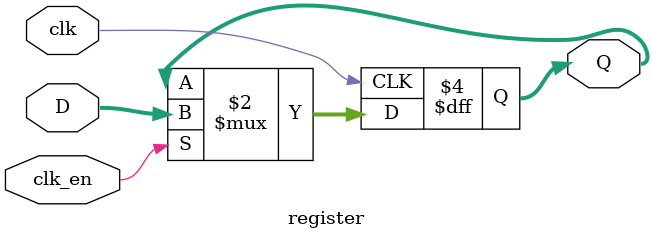
<source format=v>

`ifndef REG
`define REG

module register #(
    parameter WIDTH = -1
  )(
    input wire            clk,
		input wire            clk_en,
		input wire [WIDTH-1:0] D,
		output reg [WIDTH-1:0] Q
	);

  always @(posedge clk)
    if (clk_en)
      Q <= D;

endmodule

`endif
</source>
